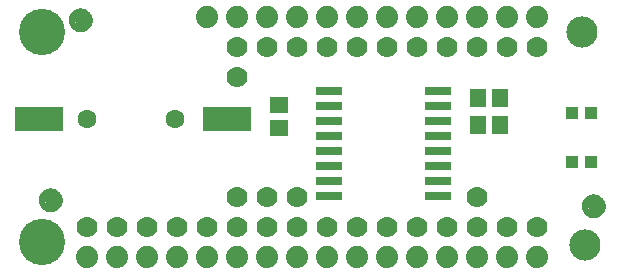
<source format=gbr>
G04 EAGLE Gerber RS-274X export*
G75*
%MOMM*%
%FSLAX34Y34*%
%LPD*%
%INSoldermask Top*%
%IPPOS*%
%AMOC8*
5,1,8,0,0,1.08239X$1,22.5*%
G01*
%ADD10R,1.341600X1.601600*%
%ADD11C,2.641600*%
%ADD12C,3.911600*%
%ADD13C,1.879600*%
%ADD14C,1.601600*%
%ADD15R,4.101600X2.101600*%
%ADD16R,2.301600X0.701600*%
%ADD17R,1.601600X1.341600*%
%ADD18C,1.778000*%
%ADD19R,1.001600X1.001600*%
%ADD20C,1.101600*%
%ADD21C,0.500000*%


D10*
X413360Y147320D03*
X394360Y147320D03*
X413360Y124460D03*
X394360Y124460D03*
D11*
X482600Y203200D03*
X485140Y22860D03*
D12*
X25400Y203200D03*
X25400Y25400D03*
D13*
X165100Y215900D03*
X190500Y215900D03*
X215900Y215900D03*
X241300Y215900D03*
X266700Y215900D03*
X292100Y215900D03*
X317500Y215900D03*
X342900Y215900D03*
X368300Y215900D03*
X393700Y215900D03*
X419100Y215900D03*
X444500Y215900D03*
X165100Y12700D03*
X190500Y12700D03*
X215900Y12700D03*
X241300Y12700D03*
X266700Y12700D03*
X292100Y12700D03*
X317500Y12700D03*
X342900Y12700D03*
X368300Y12700D03*
X393700Y12700D03*
X419100Y12700D03*
X444500Y12700D03*
X139700Y12700D03*
X114300Y12700D03*
X88900Y12700D03*
X63500Y12700D03*
D14*
X138560Y129540D03*
X64060Y129540D03*
D15*
X23060Y129540D03*
X181960Y129540D03*
D16*
X268960Y140970D03*
X360960Y115570D03*
X268960Y153670D03*
X268960Y128270D03*
X268960Y115570D03*
X360960Y128270D03*
X360960Y102870D03*
X360960Y90170D03*
X268960Y90170D03*
X360960Y64770D03*
X268960Y102870D03*
X268960Y77470D03*
X360960Y77470D03*
X268960Y64770D03*
X360960Y140970D03*
X360960Y153670D03*
D17*
X226060Y122580D03*
X226060Y141580D03*
D18*
X444500Y38100D03*
X419100Y38100D03*
X393700Y38100D03*
X368300Y38100D03*
X342900Y38100D03*
X317500Y38100D03*
X292100Y38100D03*
X266700Y38100D03*
X241300Y38100D03*
X215900Y38100D03*
X190500Y38100D03*
X165100Y38100D03*
X139700Y38100D03*
X114300Y38100D03*
X88900Y38100D03*
X63500Y38100D03*
X190500Y190500D03*
X215900Y190500D03*
X241300Y190500D03*
X266700Y190500D03*
X292100Y190500D03*
X317500Y190500D03*
X342900Y190500D03*
X368300Y190500D03*
X393700Y190500D03*
X419100Y190500D03*
X444500Y190500D03*
D19*
X474600Y134800D03*
X490600Y134800D03*
X490600Y93800D03*
X474600Y93800D03*
D18*
X241300Y63500D03*
X215900Y63500D03*
X190500Y63500D03*
X190500Y165100D03*
X393700Y63500D03*
D20*
X33020Y60960D03*
D21*
X33020Y68460D02*
X32839Y68458D01*
X32658Y68451D01*
X32477Y68440D01*
X32296Y68425D01*
X32116Y68405D01*
X31936Y68381D01*
X31757Y68353D01*
X31579Y68320D01*
X31402Y68283D01*
X31225Y68242D01*
X31050Y68197D01*
X30875Y68147D01*
X30702Y68093D01*
X30531Y68035D01*
X30360Y67973D01*
X30192Y67906D01*
X30025Y67836D01*
X29859Y67762D01*
X29696Y67683D01*
X29535Y67601D01*
X29375Y67515D01*
X29218Y67425D01*
X29063Y67331D01*
X28910Y67234D01*
X28760Y67132D01*
X28612Y67028D01*
X28466Y66919D01*
X28324Y66808D01*
X28184Y66692D01*
X28047Y66574D01*
X27912Y66452D01*
X27781Y66327D01*
X27653Y66199D01*
X27528Y66068D01*
X27406Y65933D01*
X27288Y65796D01*
X27172Y65656D01*
X27061Y65514D01*
X26952Y65368D01*
X26848Y65220D01*
X26746Y65070D01*
X26649Y64917D01*
X26555Y64762D01*
X26465Y64605D01*
X26379Y64445D01*
X26297Y64284D01*
X26218Y64121D01*
X26144Y63955D01*
X26074Y63788D01*
X26007Y63620D01*
X25945Y63449D01*
X25887Y63278D01*
X25833Y63105D01*
X25783Y62930D01*
X25738Y62755D01*
X25697Y62578D01*
X25660Y62401D01*
X25627Y62223D01*
X25599Y62044D01*
X25575Y61864D01*
X25555Y61684D01*
X25540Y61503D01*
X25529Y61322D01*
X25522Y61141D01*
X25520Y60960D01*
X33020Y68460D02*
X33201Y68458D01*
X33382Y68451D01*
X33563Y68440D01*
X33744Y68425D01*
X33924Y68405D01*
X34104Y68381D01*
X34283Y68353D01*
X34461Y68320D01*
X34638Y68283D01*
X34815Y68242D01*
X34990Y68197D01*
X35165Y68147D01*
X35338Y68093D01*
X35509Y68035D01*
X35680Y67973D01*
X35848Y67906D01*
X36015Y67836D01*
X36181Y67762D01*
X36344Y67683D01*
X36505Y67601D01*
X36665Y67515D01*
X36822Y67425D01*
X36977Y67331D01*
X37130Y67234D01*
X37280Y67132D01*
X37428Y67028D01*
X37574Y66919D01*
X37716Y66808D01*
X37856Y66692D01*
X37993Y66574D01*
X38128Y66452D01*
X38259Y66327D01*
X38387Y66199D01*
X38512Y66068D01*
X38634Y65933D01*
X38752Y65796D01*
X38868Y65656D01*
X38979Y65514D01*
X39088Y65368D01*
X39192Y65220D01*
X39294Y65070D01*
X39391Y64917D01*
X39485Y64762D01*
X39575Y64605D01*
X39661Y64445D01*
X39743Y64284D01*
X39822Y64121D01*
X39896Y63955D01*
X39966Y63788D01*
X40033Y63620D01*
X40095Y63449D01*
X40153Y63278D01*
X40207Y63105D01*
X40257Y62930D01*
X40302Y62755D01*
X40343Y62578D01*
X40380Y62401D01*
X40413Y62223D01*
X40441Y62044D01*
X40465Y61864D01*
X40485Y61684D01*
X40500Y61503D01*
X40511Y61322D01*
X40518Y61141D01*
X40520Y60960D01*
X40518Y60779D01*
X40511Y60598D01*
X40500Y60417D01*
X40485Y60236D01*
X40465Y60056D01*
X40441Y59876D01*
X40413Y59697D01*
X40380Y59519D01*
X40343Y59342D01*
X40302Y59165D01*
X40257Y58990D01*
X40207Y58815D01*
X40153Y58642D01*
X40095Y58471D01*
X40033Y58300D01*
X39966Y58132D01*
X39896Y57965D01*
X39822Y57799D01*
X39743Y57636D01*
X39661Y57475D01*
X39575Y57315D01*
X39485Y57158D01*
X39391Y57003D01*
X39294Y56850D01*
X39192Y56700D01*
X39088Y56552D01*
X38979Y56406D01*
X38868Y56264D01*
X38752Y56124D01*
X38634Y55987D01*
X38512Y55852D01*
X38387Y55721D01*
X38259Y55593D01*
X38128Y55468D01*
X37993Y55346D01*
X37856Y55228D01*
X37716Y55112D01*
X37574Y55001D01*
X37428Y54892D01*
X37280Y54788D01*
X37130Y54686D01*
X36977Y54589D01*
X36822Y54495D01*
X36665Y54405D01*
X36505Y54319D01*
X36344Y54237D01*
X36181Y54158D01*
X36015Y54084D01*
X35848Y54014D01*
X35680Y53947D01*
X35509Y53885D01*
X35338Y53827D01*
X35165Y53773D01*
X34990Y53723D01*
X34815Y53678D01*
X34638Y53637D01*
X34461Y53600D01*
X34283Y53567D01*
X34104Y53539D01*
X33924Y53515D01*
X33744Y53495D01*
X33563Y53480D01*
X33382Y53469D01*
X33201Y53462D01*
X33020Y53460D01*
X32839Y53462D01*
X32658Y53469D01*
X32477Y53480D01*
X32296Y53495D01*
X32116Y53515D01*
X31936Y53539D01*
X31757Y53567D01*
X31579Y53600D01*
X31402Y53637D01*
X31225Y53678D01*
X31050Y53723D01*
X30875Y53773D01*
X30702Y53827D01*
X30531Y53885D01*
X30360Y53947D01*
X30192Y54014D01*
X30025Y54084D01*
X29859Y54158D01*
X29696Y54237D01*
X29535Y54319D01*
X29375Y54405D01*
X29218Y54495D01*
X29063Y54589D01*
X28910Y54686D01*
X28760Y54788D01*
X28612Y54892D01*
X28466Y55001D01*
X28324Y55112D01*
X28184Y55228D01*
X28047Y55346D01*
X27912Y55468D01*
X27781Y55593D01*
X27653Y55721D01*
X27528Y55852D01*
X27406Y55987D01*
X27288Y56124D01*
X27172Y56264D01*
X27061Y56406D01*
X26952Y56552D01*
X26848Y56700D01*
X26746Y56850D01*
X26649Y57003D01*
X26555Y57158D01*
X26465Y57315D01*
X26379Y57475D01*
X26297Y57636D01*
X26218Y57799D01*
X26144Y57965D01*
X26074Y58132D01*
X26007Y58300D01*
X25945Y58471D01*
X25887Y58642D01*
X25833Y58815D01*
X25783Y58990D01*
X25738Y59165D01*
X25697Y59342D01*
X25660Y59519D01*
X25627Y59697D01*
X25599Y59876D01*
X25575Y60056D01*
X25555Y60236D01*
X25540Y60417D01*
X25529Y60598D01*
X25522Y60779D01*
X25520Y60960D01*
D20*
X58420Y213360D03*
D21*
X58420Y220860D02*
X58239Y220858D01*
X58058Y220851D01*
X57877Y220840D01*
X57696Y220825D01*
X57516Y220805D01*
X57336Y220781D01*
X57157Y220753D01*
X56979Y220720D01*
X56802Y220683D01*
X56625Y220642D01*
X56450Y220597D01*
X56275Y220547D01*
X56102Y220493D01*
X55931Y220435D01*
X55760Y220373D01*
X55592Y220306D01*
X55425Y220236D01*
X55259Y220162D01*
X55096Y220083D01*
X54935Y220001D01*
X54775Y219915D01*
X54618Y219825D01*
X54463Y219731D01*
X54310Y219634D01*
X54160Y219532D01*
X54012Y219428D01*
X53866Y219319D01*
X53724Y219208D01*
X53584Y219092D01*
X53447Y218974D01*
X53312Y218852D01*
X53181Y218727D01*
X53053Y218599D01*
X52928Y218468D01*
X52806Y218333D01*
X52688Y218196D01*
X52572Y218056D01*
X52461Y217914D01*
X52352Y217768D01*
X52248Y217620D01*
X52146Y217470D01*
X52049Y217317D01*
X51955Y217162D01*
X51865Y217005D01*
X51779Y216845D01*
X51697Y216684D01*
X51618Y216521D01*
X51544Y216355D01*
X51474Y216188D01*
X51407Y216020D01*
X51345Y215849D01*
X51287Y215678D01*
X51233Y215505D01*
X51183Y215330D01*
X51138Y215155D01*
X51097Y214978D01*
X51060Y214801D01*
X51027Y214623D01*
X50999Y214444D01*
X50975Y214264D01*
X50955Y214084D01*
X50940Y213903D01*
X50929Y213722D01*
X50922Y213541D01*
X50920Y213360D01*
X58420Y220860D02*
X58601Y220858D01*
X58782Y220851D01*
X58963Y220840D01*
X59144Y220825D01*
X59324Y220805D01*
X59504Y220781D01*
X59683Y220753D01*
X59861Y220720D01*
X60038Y220683D01*
X60215Y220642D01*
X60390Y220597D01*
X60565Y220547D01*
X60738Y220493D01*
X60909Y220435D01*
X61080Y220373D01*
X61248Y220306D01*
X61415Y220236D01*
X61581Y220162D01*
X61744Y220083D01*
X61905Y220001D01*
X62065Y219915D01*
X62222Y219825D01*
X62377Y219731D01*
X62530Y219634D01*
X62680Y219532D01*
X62828Y219428D01*
X62974Y219319D01*
X63116Y219208D01*
X63256Y219092D01*
X63393Y218974D01*
X63528Y218852D01*
X63659Y218727D01*
X63787Y218599D01*
X63912Y218468D01*
X64034Y218333D01*
X64152Y218196D01*
X64268Y218056D01*
X64379Y217914D01*
X64488Y217768D01*
X64592Y217620D01*
X64694Y217470D01*
X64791Y217317D01*
X64885Y217162D01*
X64975Y217005D01*
X65061Y216845D01*
X65143Y216684D01*
X65222Y216521D01*
X65296Y216355D01*
X65366Y216188D01*
X65433Y216020D01*
X65495Y215849D01*
X65553Y215678D01*
X65607Y215505D01*
X65657Y215330D01*
X65702Y215155D01*
X65743Y214978D01*
X65780Y214801D01*
X65813Y214623D01*
X65841Y214444D01*
X65865Y214264D01*
X65885Y214084D01*
X65900Y213903D01*
X65911Y213722D01*
X65918Y213541D01*
X65920Y213360D01*
X65918Y213179D01*
X65911Y212998D01*
X65900Y212817D01*
X65885Y212636D01*
X65865Y212456D01*
X65841Y212276D01*
X65813Y212097D01*
X65780Y211919D01*
X65743Y211742D01*
X65702Y211565D01*
X65657Y211390D01*
X65607Y211215D01*
X65553Y211042D01*
X65495Y210871D01*
X65433Y210700D01*
X65366Y210532D01*
X65296Y210365D01*
X65222Y210199D01*
X65143Y210036D01*
X65061Y209875D01*
X64975Y209715D01*
X64885Y209558D01*
X64791Y209403D01*
X64694Y209250D01*
X64592Y209100D01*
X64488Y208952D01*
X64379Y208806D01*
X64268Y208664D01*
X64152Y208524D01*
X64034Y208387D01*
X63912Y208252D01*
X63787Y208121D01*
X63659Y207993D01*
X63528Y207868D01*
X63393Y207746D01*
X63256Y207628D01*
X63116Y207512D01*
X62974Y207401D01*
X62828Y207292D01*
X62680Y207188D01*
X62530Y207086D01*
X62377Y206989D01*
X62222Y206895D01*
X62065Y206805D01*
X61905Y206719D01*
X61744Y206637D01*
X61581Y206558D01*
X61415Y206484D01*
X61248Y206414D01*
X61080Y206347D01*
X60909Y206285D01*
X60738Y206227D01*
X60565Y206173D01*
X60390Y206123D01*
X60215Y206078D01*
X60038Y206037D01*
X59861Y206000D01*
X59683Y205967D01*
X59504Y205939D01*
X59324Y205915D01*
X59144Y205895D01*
X58963Y205880D01*
X58782Y205869D01*
X58601Y205862D01*
X58420Y205860D01*
X58239Y205862D01*
X58058Y205869D01*
X57877Y205880D01*
X57696Y205895D01*
X57516Y205915D01*
X57336Y205939D01*
X57157Y205967D01*
X56979Y206000D01*
X56802Y206037D01*
X56625Y206078D01*
X56450Y206123D01*
X56275Y206173D01*
X56102Y206227D01*
X55931Y206285D01*
X55760Y206347D01*
X55592Y206414D01*
X55425Y206484D01*
X55259Y206558D01*
X55096Y206637D01*
X54935Y206719D01*
X54775Y206805D01*
X54618Y206895D01*
X54463Y206989D01*
X54310Y207086D01*
X54160Y207188D01*
X54012Y207292D01*
X53866Y207401D01*
X53724Y207512D01*
X53584Y207628D01*
X53447Y207746D01*
X53312Y207868D01*
X53181Y207993D01*
X53053Y208121D01*
X52928Y208252D01*
X52806Y208387D01*
X52688Y208524D01*
X52572Y208664D01*
X52461Y208806D01*
X52352Y208952D01*
X52248Y209100D01*
X52146Y209250D01*
X52049Y209403D01*
X51955Y209558D01*
X51865Y209715D01*
X51779Y209875D01*
X51697Y210036D01*
X51618Y210199D01*
X51544Y210365D01*
X51474Y210532D01*
X51407Y210700D01*
X51345Y210871D01*
X51287Y211042D01*
X51233Y211215D01*
X51183Y211390D01*
X51138Y211565D01*
X51097Y211742D01*
X51060Y211919D01*
X51027Y212097D01*
X50999Y212276D01*
X50975Y212456D01*
X50955Y212636D01*
X50940Y212817D01*
X50929Y212998D01*
X50922Y213179D01*
X50920Y213360D01*
D20*
X492760Y55880D03*
D21*
X492760Y63380D02*
X492579Y63378D01*
X492398Y63371D01*
X492217Y63360D01*
X492036Y63345D01*
X491856Y63325D01*
X491676Y63301D01*
X491497Y63273D01*
X491319Y63240D01*
X491142Y63203D01*
X490965Y63162D01*
X490790Y63117D01*
X490615Y63067D01*
X490442Y63013D01*
X490271Y62955D01*
X490100Y62893D01*
X489932Y62826D01*
X489765Y62756D01*
X489599Y62682D01*
X489436Y62603D01*
X489275Y62521D01*
X489115Y62435D01*
X488958Y62345D01*
X488803Y62251D01*
X488650Y62154D01*
X488500Y62052D01*
X488352Y61948D01*
X488206Y61839D01*
X488064Y61728D01*
X487924Y61612D01*
X487787Y61494D01*
X487652Y61372D01*
X487521Y61247D01*
X487393Y61119D01*
X487268Y60988D01*
X487146Y60853D01*
X487028Y60716D01*
X486912Y60576D01*
X486801Y60434D01*
X486692Y60288D01*
X486588Y60140D01*
X486486Y59990D01*
X486389Y59837D01*
X486295Y59682D01*
X486205Y59525D01*
X486119Y59365D01*
X486037Y59204D01*
X485958Y59041D01*
X485884Y58875D01*
X485814Y58708D01*
X485747Y58540D01*
X485685Y58369D01*
X485627Y58198D01*
X485573Y58025D01*
X485523Y57850D01*
X485478Y57675D01*
X485437Y57498D01*
X485400Y57321D01*
X485367Y57143D01*
X485339Y56964D01*
X485315Y56784D01*
X485295Y56604D01*
X485280Y56423D01*
X485269Y56242D01*
X485262Y56061D01*
X485260Y55880D01*
X492760Y63380D02*
X492941Y63378D01*
X493122Y63371D01*
X493303Y63360D01*
X493484Y63345D01*
X493664Y63325D01*
X493844Y63301D01*
X494023Y63273D01*
X494201Y63240D01*
X494378Y63203D01*
X494555Y63162D01*
X494730Y63117D01*
X494905Y63067D01*
X495078Y63013D01*
X495249Y62955D01*
X495420Y62893D01*
X495588Y62826D01*
X495755Y62756D01*
X495921Y62682D01*
X496084Y62603D01*
X496245Y62521D01*
X496405Y62435D01*
X496562Y62345D01*
X496717Y62251D01*
X496870Y62154D01*
X497020Y62052D01*
X497168Y61948D01*
X497314Y61839D01*
X497456Y61728D01*
X497596Y61612D01*
X497733Y61494D01*
X497868Y61372D01*
X497999Y61247D01*
X498127Y61119D01*
X498252Y60988D01*
X498374Y60853D01*
X498492Y60716D01*
X498608Y60576D01*
X498719Y60434D01*
X498828Y60288D01*
X498932Y60140D01*
X499034Y59990D01*
X499131Y59837D01*
X499225Y59682D01*
X499315Y59525D01*
X499401Y59365D01*
X499483Y59204D01*
X499562Y59041D01*
X499636Y58875D01*
X499706Y58708D01*
X499773Y58540D01*
X499835Y58369D01*
X499893Y58198D01*
X499947Y58025D01*
X499997Y57850D01*
X500042Y57675D01*
X500083Y57498D01*
X500120Y57321D01*
X500153Y57143D01*
X500181Y56964D01*
X500205Y56784D01*
X500225Y56604D01*
X500240Y56423D01*
X500251Y56242D01*
X500258Y56061D01*
X500260Y55880D01*
X500258Y55699D01*
X500251Y55518D01*
X500240Y55337D01*
X500225Y55156D01*
X500205Y54976D01*
X500181Y54796D01*
X500153Y54617D01*
X500120Y54439D01*
X500083Y54262D01*
X500042Y54085D01*
X499997Y53910D01*
X499947Y53735D01*
X499893Y53562D01*
X499835Y53391D01*
X499773Y53220D01*
X499706Y53052D01*
X499636Y52885D01*
X499562Y52719D01*
X499483Y52556D01*
X499401Y52395D01*
X499315Y52235D01*
X499225Y52078D01*
X499131Y51923D01*
X499034Y51770D01*
X498932Y51620D01*
X498828Y51472D01*
X498719Y51326D01*
X498608Y51184D01*
X498492Y51044D01*
X498374Y50907D01*
X498252Y50772D01*
X498127Y50641D01*
X497999Y50513D01*
X497868Y50388D01*
X497733Y50266D01*
X497596Y50148D01*
X497456Y50032D01*
X497314Y49921D01*
X497168Y49812D01*
X497020Y49708D01*
X496870Y49606D01*
X496717Y49509D01*
X496562Y49415D01*
X496405Y49325D01*
X496245Y49239D01*
X496084Y49157D01*
X495921Y49078D01*
X495755Y49004D01*
X495588Y48934D01*
X495420Y48867D01*
X495249Y48805D01*
X495078Y48747D01*
X494905Y48693D01*
X494730Y48643D01*
X494555Y48598D01*
X494378Y48557D01*
X494201Y48520D01*
X494023Y48487D01*
X493844Y48459D01*
X493664Y48435D01*
X493484Y48415D01*
X493303Y48400D01*
X493122Y48389D01*
X492941Y48382D01*
X492760Y48380D01*
X492579Y48382D01*
X492398Y48389D01*
X492217Y48400D01*
X492036Y48415D01*
X491856Y48435D01*
X491676Y48459D01*
X491497Y48487D01*
X491319Y48520D01*
X491142Y48557D01*
X490965Y48598D01*
X490790Y48643D01*
X490615Y48693D01*
X490442Y48747D01*
X490271Y48805D01*
X490100Y48867D01*
X489932Y48934D01*
X489765Y49004D01*
X489599Y49078D01*
X489436Y49157D01*
X489275Y49239D01*
X489115Y49325D01*
X488958Y49415D01*
X488803Y49509D01*
X488650Y49606D01*
X488500Y49708D01*
X488352Y49812D01*
X488206Y49921D01*
X488064Y50032D01*
X487924Y50148D01*
X487787Y50266D01*
X487652Y50388D01*
X487521Y50513D01*
X487393Y50641D01*
X487268Y50772D01*
X487146Y50907D01*
X487028Y51044D01*
X486912Y51184D01*
X486801Y51326D01*
X486692Y51472D01*
X486588Y51620D01*
X486486Y51770D01*
X486389Y51923D01*
X486295Y52078D01*
X486205Y52235D01*
X486119Y52395D01*
X486037Y52556D01*
X485958Y52719D01*
X485884Y52885D01*
X485814Y53052D01*
X485747Y53220D01*
X485685Y53391D01*
X485627Y53562D01*
X485573Y53735D01*
X485523Y53910D01*
X485478Y54085D01*
X485437Y54262D01*
X485400Y54439D01*
X485367Y54617D01*
X485339Y54796D01*
X485315Y54976D01*
X485295Y55156D01*
X485280Y55337D01*
X485269Y55518D01*
X485262Y55699D01*
X485260Y55880D01*
M02*

</source>
